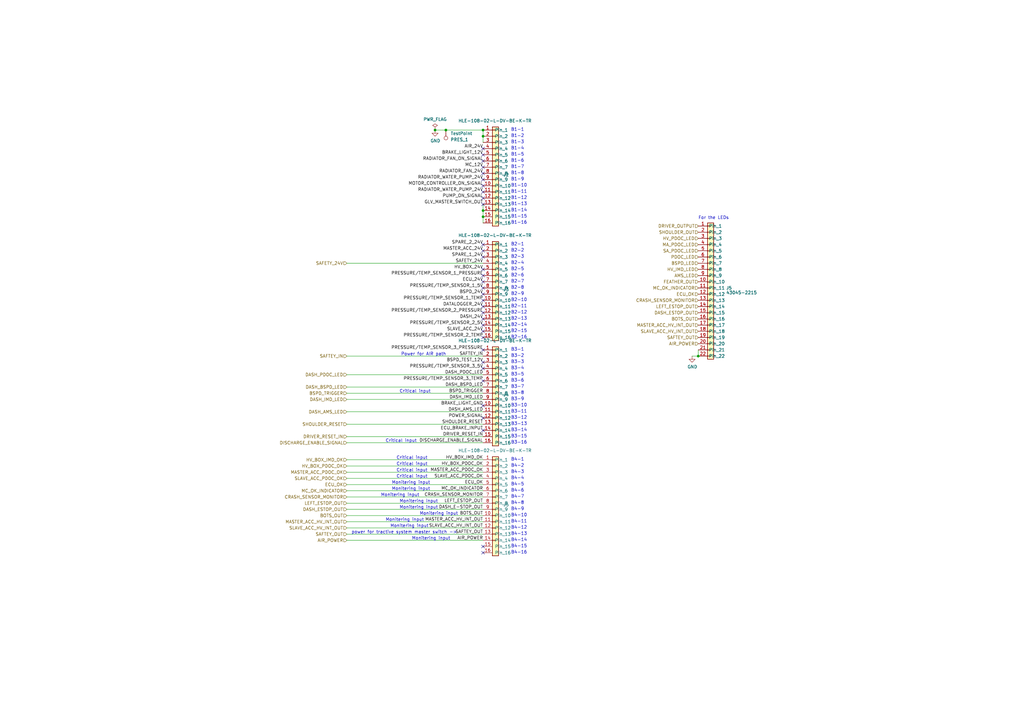
<source format=kicad_sch>
(kicad_sch (version 20230121) (generator eeschema)
  (paper "A3")
  (lib_symbols
    (symbol "Connector:TestPoint" (pin_numbers hide) (pin_names (offset 0.762) hide)
      (property "Reference" "TP" (at 0 6.858 0))
      (property "Value" "TestPoint" (at 0 5.08 0))
      (symbol "TestPoint_0_1"
        (circle (center 0 3.302) (radius 0.762))
      )
      (symbol "TestPoint_1_1"
        (pin passive line (at 0 0 90) (length 2.54) (name "1") (number "1"))
      )
    )
    (symbol "UniSA_Motorsport_Connector:43045-2215"
      (property "Reference" "J" (at 5.08 0 0))
      (property "Value" "43045-2215" (at 0 0 0))
      (symbol "43045-2215_1_1"
        (rectangle (start -2.54 -27.813) (end -1.27 -28.067) (stroke (width 0.1524)))
        (rectangle (start -2.54 -25.273) (end -1.27 -25.527) (stroke (width 0.1524)))
        (rectangle (start -2.54 -22.733) (end -1.27 -22.987) (stroke (width 0.1524)))
        (rectangle (start -2.54 -20.193) (end -1.27 -20.447) (stroke (width 0.1524)))
        (rectangle (start -2.54 -17.653) (end -1.27 -17.907) (stroke (width 0.1524)))
        (rectangle (start -2.54 -15.113) (end -1.27 -15.367) (stroke (width 0.1524)))
        (rectangle (start -2.54 -12.7) (end -1.27 -12.954) (stroke (width 0.1524)))
        (rectangle (start -2.54 -10.033) (end -1.27 -10.287) (stroke (width 0.1524)))
        (rectangle (start -2.54 -7.493) (end -1.27 -7.747) (stroke (width 0.1524)))
        (rectangle (start -2.54 -4.953) (end -1.27 -5.207) (stroke (width 0.1524)))
        (rectangle (start -2.54 -2.413) (end -1.27 -2.667) (stroke (width 0.1524)))
        (rectangle (start -2.54 0.127) (end -1.27 -0.127) (stroke (width 0.1524)))
        (rectangle (start -2.54 2.54) (end -1.27 2.286) (stroke (width 0.1524)))
        (rectangle (start -2.54 5.08) (end -1.27 4.826) (stroke (width 0.1524)))
        (rectangle (start -2.54 7.747) (end -1.27 7.493) (stroke (width 0.1524)))
        (rectangle (start -2.54 10.287) (end -1.27 10.033) (stroke (width 0.1524)))
        (rectangle (start -2.54 12.827) (end -1.27 12.573) (stroke (width 0.1524)))
        (rectangle (start -2.54 15.367) (end -1.27 15.113) (stroke (width 0.1524)))
        (rectangle (start -2.54 17.907) (end -1.27 17.653) (stroke (width 0.1524)))
        (rectangle (start -2.54 20.447) (end -1.27 20.193) (stroke (width 0.1524)))
        (rectangle (start -2.54 22.987) (end -1.27 22.733) (stroke (width 0.1524)))
        (rectangle (start -2.54 25.527) (end -1.27 25.273) (stroke (width 0.1524)))
        (rectangle (start -2.54 26.67) (end 0 -29.21) (stroke (width 0.254)) (fill (type background)))
        (pin passive line (at -6.35 25.4 0) (length 3.81) (name "Pin_1") (number "1"))
        (pin passive line (at -6.35 2.54 0) (length 3.81) (name "Pin_10") (number "10"))
        (pin passive line (at -6.35 0 0) (length 3.81) (name "Pin_11") (number "11"))
        (pin passive line (at -6.35 -2.54 0) (length 3.81) (name "Pin_12") (number "12"))
        (pin passive line (at -6.35 -5.08 0) (length 3.81) (name "Pin_13") (number "13"))
        (pin passive line (at -6.35 -7.62 0) (length 3.81) (name "Pin_14") (number "14"))
        (pin passive line (at -6.35 -10.16 0) (length 3.81) (name "Pin_15") (number "15"))
        (pin passive line (at -6.35 -12.7 0) (length 3.81) (name "Pin_16") (number "16"))
        (pin passive line (at -6.35 -15.24 0) (length 3.81) (name "Pin_17") (number "17"))
        (pin passive line (at -6.35 -17.78 0) (length 3.81) (name "Pin_18") (number "18"))
        (pin passive line (at -6.35 -20.32 0) (length 3.81) (name "Pin_19") (number "19"))
        (pin passive line (at -6.35 22.86 0) (length 3.81) (name "Pin_2") (number "2"))
        (pin passive line (at -6.35 -22.86 0) (length 3.81) (name "Pin_20") (number "20"))
        (pin passive line (at -6.35 -25.4 0) (length 3.81) (name "Pin_21") (number "21"))
        (pin passive line (at -6.35 -27.94 0) (length 3.81) (name "Pin_22") (number "22"))
        (pin passive line (at -6.35 20.32 0) (length 3.81) (name "Pin_3") (number "3"))
        (pin passive line (at -6.35 17.78 0) (length 3.81) (name "Pin_4") (number "4"))
        (pin passive line (at -6.35 15.24 0) (length 3.81) (name "Pin_5") (number "5"))
        (pin passive line (at -6.35 12.7 0) (length 3.81) (name "Pin_6") (number "6"))
        (pin passive line (at -6.35 10.16 0) (length 3.81) (name "Pin_7") (number "7"))
        (pin passive line (at -6.35 7.62 0) (length 3.81) (name "Pin_8") (number "8"))
        (pin passive line (at -6.35 5.08 0) (length 3.81) (name "Pin_9") (number "9"))
      )
    )
    (symbol "UniSA_Motorsport_Connector:HLE-108-02-L-DV-BE-K-TR" (pin_names (offset 1.016))
      (property "Reference" "J" (at -8.12 11.276 0))
      (property "Value" "HLE-108-02-L-DV-BE-K-TR" (at -11.43 -24.13 0))
      (symbol "HLE-108-02-L-DV-BE-K-TR_1_1"
        (rectangle (start 2.54 -13.843) (end 3.81 -14.097) (stroke (width 0.1524)))
        (rectangle (start 2.54 -11.303) (end 3.81 -11.557) (stroke (width 0.1524)))
        (rectangle (start 2.54 -8.763) (end 3.81 -9.017) (stroke (width 0.1524)))
        (rectangle (start 2.54 -6.223) (end 3.81 -6.477) (stroke (width 0.1524)))
        (rectangle (start 2.54 -3.683) (end 3.81 -3.937) (stroke (width 0.1524)))
        (rectangle (start 2.54 -1.143) (end 3.81 -1.397) (stroke (width 0.1524)))
        (rectangle (start 2.54 1.397) (end 3.81 1.143) (stroke (width 0.1524)))
        (rectangle (start 2.54 3.937) (end 3.81 3.683) (stroke (width 0.1524)))
        (rectangle (start 2.54 6.477) (end 3.81 6.223) (stroke (width 0.1524)))
        (rectangle (start 2.54 9.017) (end 3.81 8.763) (stroke (width 0.1524)))
        (rectangle (start 2.54 11.557) (end 3.81 11.303) (stroke (width 0.1524)))
        (rectangle (start 2.54 14.097) (end 3.81 13.843) (stroke (width 0.1524)))
        (rectangle (start 2.54 16.637) (end 3.81 16.383) (stroke (width 0.1524)))
        (rectangle (start 2.54 19.177) (end 3.81 18.923) (stroke (width 0.1524)))
        (rectangle (start 2.54 20.32) (end 5.08 -20.32) (stroke (width 0.254)) (fill (type background)))
        (pin passive line (at -1.27 19.05 0) (length 3.81) (name "Pin_1") (number "1"))
        (pin passive line (at -1.27 -3.81 0) (length 3.81) (name "Pin_10") (number "10"))
        (pin passive line (at -1.27 -6.35 0) (length 3.81) (name "Pin_11") (number "11"))
        (pin passive line (at -1.27 -8.89 0) (length 3.81) (name "Pin_12") (number "12"))
        (pin passive line (at -1.27 -11.43 0) (length 3.81) (name "Pin_13") (number "13"))
        (pin passive line (at -1.27 -13.97 0) (length 3.81) (name "Pin_14") (number "14"))
        (pin passive line (at -1.27 -16.51 0) (length 3.81) (name "Pin_15") (number "15"))
        (pin passive line (at -1.27 -19.05 0) (length 3.81) (name "Pin_16") (number "16"))
        (pin passive line (at -1.27 16.51 0) (length 3.81) (name "Pin_2") (number "2"))
        (pin passive line (at -1.27 13.97 0) (length 3.81) (name "Pin_3") (number "3"))
        (pin passive line (at -1.27 11.43 0) (length 3.81) (name "Pin_4") (number "4"))
        (pin passive line (at -1.27 8.89 0) (length 3.81) (name "Pin_5") (number "5"))
        (pin passive line (at -1.27 6.35 0) (length 3.81) (name "Pin_6") (number "6"))
        (pin passive line (at -1.27 3.81 0) (length 3.81) (name "Pin_7") (number "7"))
        (pin passive line (at -1.27 1.27 0) (length 3.81) (name "Pin_8") (number "8"))
        (pin passive line (at -1.27 -1.27 0) (length 3.81) (name "Pin_9") (number "9"))
      )
    )
    (symbol "power:GND" (power) (pin_names (offset 0))
      (property "Value" "GND" (at 0 -3.81 0))
      (symbol "GND_0_1"
        (polyline (pts (xy 0 0) (xy 0 -1.27) (xy 1.27 -1.27) (xy 0 -2.54) (xy -1.27 -1.27) (xy 0 -1.27)))
      )
      (symbol "GND_1_1"
        (pin power_in line (at 0 0 270) (length 0) hide (name "GND") (number "1"))
      )
    )
    (symbol "power:PWR_FLAG" (power) (pin_numbers hide) (pin_names (offset 0) hide)
      (property "Value" "PWR_FLAG" (at 0 3.81 0))
      (symbol "PWR_FLAG_0_0"
        (pin power_out line (at 0 0 90) (length 0) (name "pwr") (number "1"))
      )
      (symbol "PWR_FLAG_0_1"
        (polyline (pts (xy 0 0) (xy 0 1.27) (xy -1.016 1.905) (xy 0 2.54) (xy 1.016 1.905) (xy 0 1.27)))
      )
    )
  )
  (junction (at 286.385 146.05))
  (junction (at 178.435 53.34))
  (junction (at 182.88 53.34))
  (junction (at 198.12 88.9))
  (junction (at 198.12 55.88))
  (junction (at 198.12 53.34))
  (junction (at 198.12 86.36))
  (no_connect (at 198.12 120.65))
  (no_connect (at 198.12 73.66))
  (no_connect (at 198.12 171.45))
  (no_connect (at 198.12 118.11))
  (no_connect (at 198.12 123.19))
  (no_connect (at 198.12 226.695))
  (no_connect (at 198.12 63.5))
  (no_connect (at 198.12 60.96))
  (no_connect (at 198.12 81.28))
  (no_connect (at 198.12 66.04))
  (no_connect (at 198.12 133.35))
  (no_connect (at 198.12 135.89))
  (no_connect (at 198.12 83.82))
  (no_connect (at 198.12 130.81))
  (no_connect (at 198.12 125.73))
  (no_connect (at 198.12 151.13))
  (no_connect (at 198.12 128.27))
  (no_connect (at 198.12 143.51))
  (no_connect (at 198.12 78.74))
  (no_connect (at 198.12 166.37))
  (no_connect (at 198.12 224.155))
  (no_connect (at 198.12 115.57))
  (no_connect (at 198.12 113.03))
  (no_connect (at 198.12 76.2))
  (no_connect (at 198.12 100.33))
  (no_connect (at 198.12 102.87))
  (no_connect (at 198.12 110.49))
  (no_connect (at 198.12 176.53))
  (no_connect (at 198.12 138.43))
  (no_connect (at 198.12 156.21))
  (no_connect (at 198.12 105.41))
  (no_connect (at 198.12 148.59))
  (no_connect (at 198.12 68.58))
  (no_connect (at 198.12 71.12))
  (wire (pts (xy 142.24 216.535) (xy 198.12 216.535)))
  (wire (pts (xy 142.24 211.455) (xy 198.12 211.455)))
  (wire (pts (xy 198.12 83.82) (xy 198.12 86.36)))
  (wire (pts (xy 142.24 201.295) (xy 198.12 201.295)))
  (wire (pts (xy 286.385 143.51) (xy 286.385 146.05)))
  (wire (pts (xy 142.24 196.215) (xy 198.12 196.215)))
  (wire (pts (xy 142.24 158.75) (xy 198.12 158.75)))
  (wire (pts (xy 182.88 53.34) (xy 198.12 53.34)))
  (wire (pts (xy 198.12 53.34) (xy 198.12 55.88)))
  (wire (pts (xy 142.24 191.135) (xy 198.12 191.135)))
  (wire (pts (xy 142.24 188.595) (xy 198.12 188.595)))
  (wire (pts (xy 142.24 173.99) (xy 198.12 173.99)))
  (wire (pts (xy 198.12 55.88) (xy 198.12 58.42)))
  (wire (pts (xy 142.24 107.95) (xy 198.12 107.95)))
  (wire (pts (xy 142.24 193.675) (xy 198.12 193.675)))
  (wire (pts (xy 198.12 88.9) (xy 198.12 91.44)))
  (wire (pts (xy 142.24 153.67) (xy 198.12 153.67)))
  (wire (pts (xy 142.24 203.835) (xy 198.12 203.835)))
  (wire (pts (xy 142.24 219.075) (xy 198.12 219.075)))
  (wire (pts (xy 142.24 208.915) (xy 198.12 208.915)))
  (wire (pts (xy 142.24 181.61) (xy 198.12 181.61)))
  (wire (pts (xy 142.24 161.29) (xy 198.12 161.29)))
  (wire (pts (xy 142.24 213.995) (xy 198.12 213.995)))
  (wire (pts (xy 142.24 179.07) (xy 198.12 179.07)))
  (wire (pts (xy 142.24 168.91) (xy 198.12 168.91)))
  (wire (pts (xy 142.24 163.83) (xy 198.12 163.83)))
  (wire (pts (xy 142.24 206.375) (xy 198.12 206.375)))
  (wire (pts (xy 178.435 53.34) (xy 182.88 53.34)))
  (wire (pts (xy 142.24 146.05) (xy 198.12 146.05)))
  (wire (pts (xy 283.845 146.05) (xy 286.385 146.05)))
  (wire (pts (xy 142.24 198.755) (xy 198.12 198.755)))
  (wire (pts (xy 142.24 221.615) (xy 198.12 221.615)))
  (wire (pts (xy 198.12 86.36) (xy 198.12 88.9)))
  (text "B4-9" (at 209.55 209.55 0) (effects (font (size 1.27 1.27)) (justify left bottom)))
  (text "B3-10" (at 209.55 167.005 0) (effects (font (size 1.27 1.27)) (justify left bottom)))
  (text "B4-4" (at 209.55 196.85 0) (effects (font (size 1.27 1.27)) (justify left bottom)))
  (text "Critical input\n" (at 158.115 181.61 0) (effects (font (size 1.27 1.27)) (justify left bottom)))
  (text "B4-8" (at 209.55 207.01 0) (effects (font (size 1.27 1.27)) (justify left bottom)))
  (text "B4-12" (at 209.55 217.17 0) (effects (font (size 1.27 1.27)) (justify left bottom)))
  (text "B2-1" (at 209.55 100.965 0) (effects (font (size 1.27 1.27)) (justify left bottom)))
  (text "B1-14" (at 209.55 86.995 0) (effects (font (size 1.27 1.27)) (justify left bottom)))
  (text "Critical input\n" (at 163.83 161.29 0) (effects (font (size 1.27 1.27)) (justify left bottom)))
  (text "B1-10" (at 209.55 76.835 0) (effects (font (size 1.27 1.27)) (justify left bottom)))
  (text "B1-16" (at 209.55 92.075 0) (effects (font (size 1.27 1.27)) (justify left bottom)))
  (text "B2-6" (at 209.55 113.665 0) (effects (font (size 1.27 1.27)) (justify left bottom)))
  (text "B1-3" (at 209.55 59.055 0) (effects (font (size 1.27 1.27)) (justify left bottom)))
  (text "B1-12" (at 209.55 81.915 0) (effects (font (size 1.27 1.27)) (justify left bottom)))
  (text "B1-15" (at 209.55 89.535 0) (effects (font (size 1.27 1.27)) (justify left bottom)))
  (text "B4-3" (at 209.55 194.31 0) (effects (font (size 1.27 1.27)) (justify left bottom)))
  (text "Critical input\n" (at 162.56 196.215 0) (effects (font (size 1.27 1.27)) (justify left bottom)))
  (text "B2-2" (at 209.55 103.505 0) (effects (font (size 1.27 1.27)) (justify left bottom)))
  (text "B1-2" (at 209.55 56.515 0) (effects (font (size 1.27 1.27)) (justify left bottom)))
  (text "B2-3" (at 209.55 106.045 0) (effects (font (size 1.27 1.27)) (justify left bottom)))
  (text "B2-5" (at 209.55 111.125 0) (effects (font (size 1.27 1.27)) (justify left bottom)))
  (text "Critical input\n" (at 162.56 188.595 0) (effects (font (size 1.27 1.27)) (justify left bottom)))
  (text "B4-5" (at 209.55 199.39 0) (effects (font (size 1.27 1.27)) (justify left bottom)))
  (text "B3-8" (at 209.55 161.925 0) (effects (font (size 1.27 1.27)) (justify left bottom)))
  (text "B4-7" (at 209.55 204.47 0) (effects (font (size 1.27 1.27)) (justify left bottom)))
  (text "B3-5" (at 209.55 154.305 0) (effects (font (size 1.27 1.27)) (justify left bottom)))
  (text "B4-11" (at 209.55 214.63 0) (effects (font (size 1.27 1.27)) (justify left bottom)))
  (text "B1-13" (at 209.55 84.455 0) (effects (font (size 1.27 1.27)) (justify left bottom)))
  (text "Monitering input\n" (at 160.02 216.535 0) (effects (font (size 1.27 1.27)) (justify left bottom)))
  (text "B3-14" (at 209.55 177.165 0) (effects (font (size 1.27 1.27)) (justify left bottom)))
  (text "B2-10" (at 209.55 123.825 0) (effects (font (size 1.27 1.27)) (justify left bottom)))
  (text "Monitering input\n" (at 160.655 201.295 0) (effects (font (size 1.27 1.27)) (justify left bottom)))
  (text "B2-16" (at 209.55 139.065 0) (effects (font (size 1.27 1.27)) (justify left bottom)))
  (text "B4-2" (at 209.55 191.77 0) (effects (font (size 1.27 1.27)) (justify left bottom)))
  (text "B2-7" (at 209.55 116.205 0) (effects (font (size 1.27 1.27)) (justify left bottom)))
  (text "Monitering input\n" (at 158.115 213.995 0) (effects (font (size 1.27 1.27)) (justify left bottom)))
  (text "B4-16" (at 209.55 227.33 0) (effects (font (size 1.27 1.27)) (justify left bottom)))
  (text "Monitering input\n" (at 160.655 198.755 0) (effects (font (size 1.27 1.27)) (justify left bottom)))
  (text "For the LEDs" (at 286.385 90.17 0) (effects (font (size 1.27 1.27)) (justify left bottom)))
  (text "B1-4" (at 209.55 61.595 0) (effects (font (size 1.27 1.27)) (justify left bottom)))
  (text "Critical input\n" (at 162.56 191.135 0) (effects (font (size 1.27 1.27)) (justify left bottom)))
  (text "B1-11" (at 209.55 79.375 0) (effects (font (size 1.27 1.27)) (justify left bottom)))
  (text "B3-3" (at 209.55 149.225 0) (effects (font (size 1.27 1.27)) (justify left bottom)))
  (text "B3-2" (at 209.55 146.685 0) (effects (font (size 1.27 1.27)) (justify left bottom)))
  (text "B4-10" (at 209.55 212.09 0) (effects (font (size 1.27 1.27)) (justify left bottom)))
  (text "B1-8" (at 209.55 71.755 0) (effects (font (size 1.27 1.27)) (justify left bottom)))
  (text "B2-15" (at 209.55 136.525 0) (effects (font (size 1.27 1.27)) (justify left bottom)))
  (text "Monitering input\n" (at 168.91 221.615 0) (effects (font (size 1.27 1.27)) (justify left bottom)))
  (text "B2-11" (at 209.55 126.365 0) (effects (font (size 1.27 1.27)) (justify left bottom)))
  (text "B3-9" (at 209.55 164.465 0) (effects (font (size 1.27 1.27)) (justify left bottom)))
  (text "B1-7" (at 209.55 69.215 0) (effects (font (size 1.27 1.27)) (justify left bottom)))
  (text "B1-9" (at 209.55 74.295 0) (effects (font (size 1.27 1.27)) (justify left bottom)))
  (text "B2-9" (at 209.55 121.285 0) (effects (font (size 1.27 1.27)) (justify left bottom)))
  (text "B4-1" (at 209.55 189.23 0) (effects (font (size 1.27 1.27)) (justify left bottom)))
  (text "B2-4" (at 209.55 108.585 0) (effects (font (size 1.27 1.27)) (justify left bottom)))
  (text "B3-15" (at 209.55 179.705 0) (effects (font (size 1.27 1.27)) (justify left bottom)))
  (text "B1-5" (at 209.55 64.135 0) (effects (font (size 1.27 1.27)) (justify left bottom)))
  (text "B3-13" (at 209.55 174.625 0) (effects (font (size 1.27 1.27)) (justify left bottom)))
  (text "B2-8" (at 209.55 118.745 0) (effects (font (size 1.27 1.27)) (justify left bottom)))
  (text "B4-15" (at 209.55 224.79 0) (effects (font (size 1.27 1.27)) (justify left bottom)))
  (text "B3-4" (at 209.55 151.765 0) (effects (font (size 1.27 1.27)) (justify left bottom)))
  (text "B2-12" (at 209.55 128.905 0) (effects (font (size 1.27 1.27)) (justify left bottom)))
  (text "B4-14" (at 209.55 222.25 0) (effects (font (size 1.27 1.27)) (justify left bottom)))
  (text "Monitering input\n" (at 172.085 211.455 0) (effects (font (size 1.27 1.27)) (justify left bottom)))
  (text "B3-1" (at 209.55 144.145 0) (effects (font (size 1.27 1.27)) (justify left bottom)))
  (text "B3-16" (at 209.55 182.245 0) (effects (font (size 1.27 1.27)) (justify left bottom)))
  (text "Monitering input\n" (at 156.21 203.835 0) (effects (font (size 1.27 1.27)) (justify left bottom)))
  (text "B3-7" (at 209.55 159.385 0) (effects (font (size 1.27 1.27)) (justify left bottom)))
  (text "Critical input\n" (at 162.56 193.675 0) (effects (font (size 1.27 1.27)) (justify left bottom)))
  (text "B4-6" (at 209.55 201.93 0) (effects (font (size 1.27 1.27)) (justify left bottom)))
  (text "Monitering input\n" (at 163.83 206.375 0) (effects (font (size 1.27 1.27)) (justify left bottom)))
  (text "B2-14" (at 209.55 133.985 0) (effects (font (size 1.27 1.27)) (justify left bottom)))
  (text "B1-1" (at 209.55 53.975 0) (effects (font (size 1.27 1.27)) (justify left bottom)))
  (text "Power for AIR path\n" (at 164.465 146.05 0) (effects (font (size 1.27 1.27)) (justify left bottom)))
  (text "B1-6" (at 209.55 66.675 0) (effects (font (size 1.27 1.27)) (justify left bottom)))
  (text "power for tractive system master switch ->" (at 144.145 219.075 0) (effects (font (size 1.27 1.27)) (justify left bottom)))
  (text "B3-11" (at 209.55 169.545 0) (effects (font (size 1.27 1.27)) (justify left bottom)))
  (text "B2-13" (at 209.55 131.445 0) (effects (font (size 1.27 1.27)) (justify left bottom)))
  (text "Monitering input\n" (at 163.83 208.915 0) (effects (font (size 1.27 1.27)) (justify left bottom)))
  (text "B3-6" (at 209.55 156.845 0) (effects (font (size 1.27 1.27)) (justify left bottom)))
  (text "B4-13" (at 209.55 219.71 0) (effects (font (size 1.27 1.27)) (justify left bottom)))
  (text "B3-12" (at 209.55 172.085 0) (effects (font (size 1.27 1.27)) (justify left bottom)))
  (label "SPARE_1_24V" (at 198.12 105.41 180))
  (label "PRESSURE{slash}TEMP_SENSOR_2_PRESSURE" (at 198.12 128.27 180))
  (label "PRESSURE{slash}TEMP_SENSOR_1_5V" (at 198.12 118.11 180))
  (label "BRAKE_LIGHT_12V" (at 198.12 63.5 180))
  (label "DASH_BSPD_LED" (at 198.12 158.75 180))
  (label "SAFETY_24V" (at 198.12 107.95 180))
  (label "DASH_AMS_LED" (at 198.12 168.91 180))
  (label "ECU_OK" (at 198.12 198.755 180))
  (label "MC_12V" (at 198.12 68.58 180))
  (label "ECU_24V" (at 198.12 115.57 180))
  (label "SLAVE_ACC_HV_INT_OUT" (at 198.12 216.535 180))
  (label "PRESSURE{slash}TEMP_SENSOR_1_PRESSURE" (at 198.12 113.03 180))
  (label "SAFTEY_OUT" (at 198.12 219.075 180))
  (label "BSPD_24V" (at 198.12 120.65 180))
  (label "AIR_24V" (at 198.12 60.96 180))
  (label "PRESSURE{slash}TEMP_SENSOR_1_TEMP" (at 198.12 123.19 180))
  (label "DRIVER_RESET_IN" (at 198.12 179.07 180))
  (label "HV_BOX_IMD_OK" (at 198.12 188.595 180))
  (label "SHOULDER_RESET" (at 198.12 173.99 180))
  (label "PRESSURE{slash}TEMP_SENSOR_2_TEMP" (at 198.12 138.43 180))
  (label "LEFT_ESTOP_OUT" (at 198.12 206.375 180))
  (label "GLV_MASTER_SWITCH_OUT" (at 198.12 83.82 180))
  (label "RADIATOR_WATER_PUMP_24V" (at 198.12 78.74 180))
  (label "DASH_IMD_LED" (at 198.12 163.83 180))
  (label "PRESSURE{slash}TEMP_SENSOR_3_5V" (at 198.12 151.13 180))
  (label "MOTOR_CONTROLLER_ON_SIGNAL" (at 198.12 76.2 180))
  (label "RADIATOR_FAN_24V" (at 198.12 71.12 180))
  (label "BSPD_TEST_12V" (at 198.12 148.59 180))
  (label "CRASH_SENSOR_MONITOR" (at 198.12 203.835 180))
  (label "DISCHARGE_ENABLE_SIGNAL" (at 198.12 181.61 180))
  (label "DASH_E-STOP_OUT" (at 198.12 208.915 180))
  (label "RADIATOR_FAN_ON_SIGNAL" (at 198.12 66.04 180))
  (label "RADIATOR_WATER_PUMP_24V" (at 198.12 73.66 180))
  (label "BRAKE_LIGHT_GND" (at 198.12 166.37 180))
  (label "PRESSURE{slash}TEMP_SENSOR_3_TEMP" (at 198.12 156.21 180))
  (label "PUMP_ON_SIGNAL" (at 198.12 81.28 180))
  (label "DATALOGGER_24V" (at 198.12 125.73 180))
  (label "PRESSURE{slash}TEMP_SENSOR_2_5V" (at 198.12 133.35 180))
  (label "DASH_24V" (at 198.12 130.81 180))
  (label "SLAVE_ACC_PDOC_OK" (at 198.12 196.215 180))
  (label "AIR_POWER" (at 198.12 221.615 180))
  (label "ECU_BRAKE_INPUT" (at 198.12 176.53 180))
  (label "DASH_PDOC_LED" (at 198.12 153.67 180))
  (label "PRESSURE{slash}TEMP_SENSOR_3_PRESSURE" (at 198.12 143.51 180))
  (label "MASTER_ACC_HV_INT_OUT" (at 198.12 213.995 180))
  (label "MC_OK_INDICATOR" (at 198.12 201.295 180))
  (label "MASTER_ACC_24V" (at 198.12 102.87 180))
  (label "BSPD_TRIGGER" (at 198.12 161.29 180))
  (label "BOTS_OUT" (at 198.12 211.455 180))
  (label "POWER_SIGNAL" (at 198.12 171.45 180))
  (label "SLAVE_ACC_24V" (at 198.12 135.89 180))
  (label "SPARE_2_24V" (at 198.12 100.33 180))
  (label "SAFTEY_IN" (at 198.12 146.05 180))
  (label "HV_BOX_24V" (at 198.12 110.49 180))
  (label "HV_BOX_PDOC_OK" (at 198.12 191.135 180))
  (label "MASTER_ACC_PDOC_OK" (at 198.12 193.675 180))
  (hierarchical_label "BOTS_OUT" (shape input) (at 142.24 211.455 180))
  (hierarchical_label "FEATHER_OUT" (shape input) (at 286.385 115.57 180))
  (hierarchical_label "CRASH_SENSOR_MONITOR" (shape input) (at 286.385 123.19 180))
  (hierarchical_label "ECU_OK" (shape input) (at 286.385 120.65 180))
  (hierarchical_label "SA_PDOC_LED" (shape input) (at 286.385 102.87 180))
  (hierarchical_label "DRIVER_RESET_IN" (shape input) (at 142.24 179.07 180))
  (hierarchical_label "MC_OK_INDICATOR" (shape input) (at 142.24 201.295 180))
  (hierarchical_label "SHOULDER_OUT" (shape input) (at 286.385 95.25 180))
  (hierarchical_label "LEFT_ESTOP_OUT" (shape input) (at 286.385 125.73 180))
  (hierarchical_label "SLAVE_ACC_HV_INT_OUT" (shape input) (at 286.385 135.89 180))
  (hierarchical_label "SAFTEY_OUT" (shape input) (at 286.385 138.43 180))
  (hierarchical_label "SAFETY_24V" (shape input) (at 142.24 107.95 180))
  (hierarchical_label "DASH_IMD_LED" (shape input) (at 142.24 163.83 180))
  (hierarchical_label "MASTER_ACC_PDOC_OK" (shape input) (at 142.24 193.675 180))
  (hierarchical_label "SHOULDER_RESET" (shape input) (at 142.24 173.99 180))
  (hierarchical_label "DASH_BSPD_LED" (shape input) (at 142.24 158.75 180))
  (hierarchical_label "BOTS_OUT" (shape input) (at 286.385 130.81 180))
  (hierarchical_label "DASH_PDOC_LED" (shape input) (at 142.24 153.67 180))
  (hierarchical_label "SAFTEY_IN" (shape input) (at 142.24 146.05 180))
  (hierarchical_label "SAFTEY_OUT" (shape input) (at 142.24 219.075 180))
  (hierarchical_label "AIR_POWER" (shape input) (at 286.385 140.97 180))
  (hierarchical_label "BSPD_LED" (shape input) (at 286.385 107.95 180))
  (hierarchical_label "HV_BOX_IMD_OK" (shape input) (at 142.24 188.595 180))
  (hierarchical_label "HV_BOX_PDOC_OK" (shape input) (at 142.24 191.135 180))
  (hierarchical_label "DASH_AMS_LED" (shape input) (at 142.24 168.91 180))
  (hierarchical_label "PDOC_LED" (shape input) (at 286.385 105.41 180))
  (hierarchical_label "DASH_ESTOP_OUT" (shape input) (at 286.385 128.27 180))
  (hierarchical_label "DISCHARGE_ENABLE_SIGNAL" (shape input) (at 142.24 181.61 180))
  (hierarchical_label "AMS_LED" (shape input) (at 286.385 113.03 180))
  (hierarchical_label "MASTER_ACC_HV_INT_OUT" (shape input) (at 142.24 213.995 180))
  (hierarchical_label "SLAVE_ACC_HV_INT_OUT" (shape input) (at 142.24 216.535 180))
  (hierarchical_label "SLAVE_ACC_PDOC_OK" (shape input) (at 142.24 196.215 180))
  (hierarchical_label "BSPD_TRIGGER" (shape input) (at 142.24 161.29 180))
  (hierarchical_label "HV_PDOC_LED" (shape input) (at 286.385 97.79 180))
  (hierarchical_label "MASTER_ACC_HV_INT_OUT" (shape input) (at 286.385 133.35 180))
  (hierarchical_label "DRIVER_OUTPUT" (shape input) (at 286.385 92.71 180))
  (hierarchical_label "AIR_POWER" (shape input) (at 142.24 221.615 180))
  (hierarchical_label "DASH_ESTOP_OUT" (shape input) (at 142.24 208.915 180))
  (hierarchical_label "LEFT_ESTOP_OUT" (shape input) (at 142.24 206.375 180))
  (hierarchical_label "MC_OK_INDICATOR" (shape input) (at 286.385 118.11 180))
  (hierarchical_label "ECU_OK" (shape input) (at 142.24 198.755 180))
  (hierarchical_label "MA_PDOC_LED" (shape input) (at 286.385 100.33 180))
  (hierarchical_label "CRASH_SENSOR_MONITOR" (shape input) (at 142.24 203.835 180))
  (hierarchical_label "HV_IMD_LED" (shape input) (at 286.385 110.49 180))
  (symbol (lib_id "power:GND") (at 178.435 53.34 0) (unit 1)
    (property "Reference" "#PWR045" (effects hide))
    (property "Value" "GND" (at 178.562 57.7342 0))
    (instances (project "power_and_monotoring" (path "" (reference "#PWR045") (unit 1)) (path "" (reference "#PWR01") (unit 1))) (project "shutdownPCB" (path "" (reference "#PWR01") (unit 1))) (project "BSPD" (path "" (reference "#PWR040") (unit 1))))
  )
  (symbol (lib_id "power:PWR_FLAG") (at 178.435 53.34 0) (unit 1)
    (property "Reference" "#FLG03" (effects hide))
    (property "Value" "PWR_FLAG" (at 178.435 48.9458 0))
    (instances (project "power_and_monotoring" (path "" (reference "#FLG03") (unit 1)) (path "" (reference "#FLG05") (unit 1))) (project "shutdownPCB" (path "" (reference "#FLG01") (unit 1))) (project "BSPD" (path "" (reference "#FLG0101") (unit 1))))
  )
  (symbol (lib_id "UniSA_Motorsport_Connector:HLE-108-02-L-DV-BE-K-TR") (at 199.39 119.38 0) (unit 1)
    (property "Reference" "J3" (at 206.375 118.745 0) (effects (justify left)))
    (property "Value" "HLE-108-02-L-DV-BE-K-TR" (at 187.96 96.52 0) (effects (justify left)))
    (property "Footprint" "UniSA_Motorsport_Connector:SAMTEC_HLE-108-02-L-DV-BE-K-TR" (effects hide))
    (property "Datasheet" "https://au.mouser.com/ProductDetail/Samtec/HLE-108-02-L-DV-BE-K-TR?qs=Cqqh%252BS766wkQFC6EggVS%252Bg%3D%3D" (effects hide))
    (property "MANUFACTURER" "SAMTEC" (effects hide))
    (instances (project "power_and_monotoring" (path "" (reference "J3") (unit 1))) (project "shutdownPCB" (path "" (reference "J2") (unit 1))))
  )
  (symbol (lib_id "Connector:TestPoint") (at 182.88 53.34 180) (unit 1)
    (property "Reference" "PRES_1" (at 184.785 57.277 0) (effects (justify right)))
    (property "Value" "TestPoint" (at 184.785 54.737 0) (effects (justify right)))
    (property "Footprint" "TestPoint:TestPoint_Pad_D2.0mm" (effects hide))
    (instances (project "power_and_monotoring" (path "" (reference "PRES_1") (unit 1)) (path "" (reference "BREAK_PRESSED1") (unit 1))) (project "shutdownPCB" (path "" (reference "BSPD_LED1") (unit 1)) (path "" (reference "GND1") (unit 1))) (project "FeatherBoard" (path "" (reference "TP1") (unit 1))))
  )
  (symbol (lib_id "UniSA_Motorsport_Connector:HLE-108-02-L-DV-BE-K-TR") (at 199.39 72.39 0) (unit 1)
    (property "Reference" "J2" (at 206.375 71.755 0) (effects (justify left)))
    (property "Value" "HLE-108-02-L-DV-BE-K-TR" (at 187.96 49.53 0) (effects (justify left)))
    (property "Footprint" "UniSA_Motorsport_Connector:SAMTEC_HLE-108-02-L-DV-BE-K-TR" (effects hide))
    (property "Datasheet" "https://au.mouser.com/ProductDetail/Samtec/HLE-108-02-L-DV-BE-K-TR?qs=Cqqh%252BS766wkQFC6EggVS%252Bg%3D%3D" (effects hide))
    (property "MANUFACTURER" "SAMTEC" (effects hide))
    (instances (project "power_and_monotoring" (path "" (reference "J2") (unit 1))) (project "shutdownPCB" (path "" (reference "J1") (unit 1))))
  )
  (symbol (lib_id "UniSA_Motorsport_Connector:HLE-108-02-L-DV-BE-K-TR") (at 199.39 207.645 0) (unit 1)
    (property "Reference" "J5" (at 206.375 207.01 0) (effects (justify left)))
    (property "Value" "HLE-108-02-L-DV-BE-K-TR" (at 187.96 184.785 0) (effects (justify left)))
    (property "Footprint" "UniSA_Motorsport_Connector:SAMTEC_HLE-108-02-L-DV-BE-K-TR" (effects hide))
    (property "Datasheet" "https://au.mouser.com/ProductDetail/Samtec/HLE-108-02-L-DV-BE-K-TR?qs=Cqqh%252BS766wkQFC6EggVS%252Bg%3D%3D" (effects hide))
    (property "MANUFACTURER" "SAMTEC" (effects hide))
    (instances (project "power_and_monotoring" (path "" (reference "J5") (unit 1))) (project "shutdownPCB" (path "" (reference "J4") (unit 1))))
  )
  (symbol (lib_id "UniSA_Motorsport_Connector:HLE-108-02-L-DV-BE-K-TR") (at 199.39 162.56 0) (unit 1)
    (property "Reference" "J4" (at 206.375 161.925 0) (effects (justify left)))
    (property "Value" "HLE-108-02-L-DV-BE-K-TR" (at 187.96 139.7 0) (effects (justify left)))
    (property "Footprint" "UniSA_Motorsport_Connector:SAMTEC_HLE-108-02-L-DV-BE-K-TR" (effects hide))
    (property "Datasheet" "https://au.mouser.com/ProductDetail/Samtec/HLE-108-02-L-DV-BE-K-TR?qs=Cqqh%252BS766wkQFC6EggVS%252Bg%3D%3D" (effects hide))
    (property "MANUFACTURER" "SAMTEC" (effects hide))
    (instances (project "power_and_monotoring" (path "" (reference "J4") (unit 1))) (project "shutdownPCB" (path "" (reference "J3") (unit 1))))
  )
  (symbol (lib_id "UniSA_Motorsport_Connector:43045-2215") (at 292.735 118.11 0) (unit 1)
    (property "Reference" "J5" (at 297.815 118.11 0) (effects (justify left)))
    (property "Value" "43045-2215" (at 297.815 120.015 0) (effects (justify left)))
    (property "Footprint" "UniSA_Motorsport_Connector:MOLEX_43045-22YY_22_PIN" (effects hide))
    (property "Datasheet" "https://au.mouser.com/ProductDetail/Molex/43045-2215?qs=%2Fy5FSpUmAiFMGTYq9Gt7Xg%3D%3D" (effects hide))
  )
  (symbol (lib_id "power:GND") (at 283.845 146.05 0) (unit 1)
    (property "Reference" "#PWR045" (effects hide))
    (property "Value" "GND" (at 283.972 150.4442 0))
    (instances (project "power_and_monotoring" (path "" (reference "#PWR045") (unit 1)) (path "" (reference "#PWR01") (unit 1))) (project "shutdownPCB" (path "" (reference "#PWR0141") (unit 1))) (project "BSPD" (path "" (reference "#PWR040") (unit 1))))
  )
)
</source>
